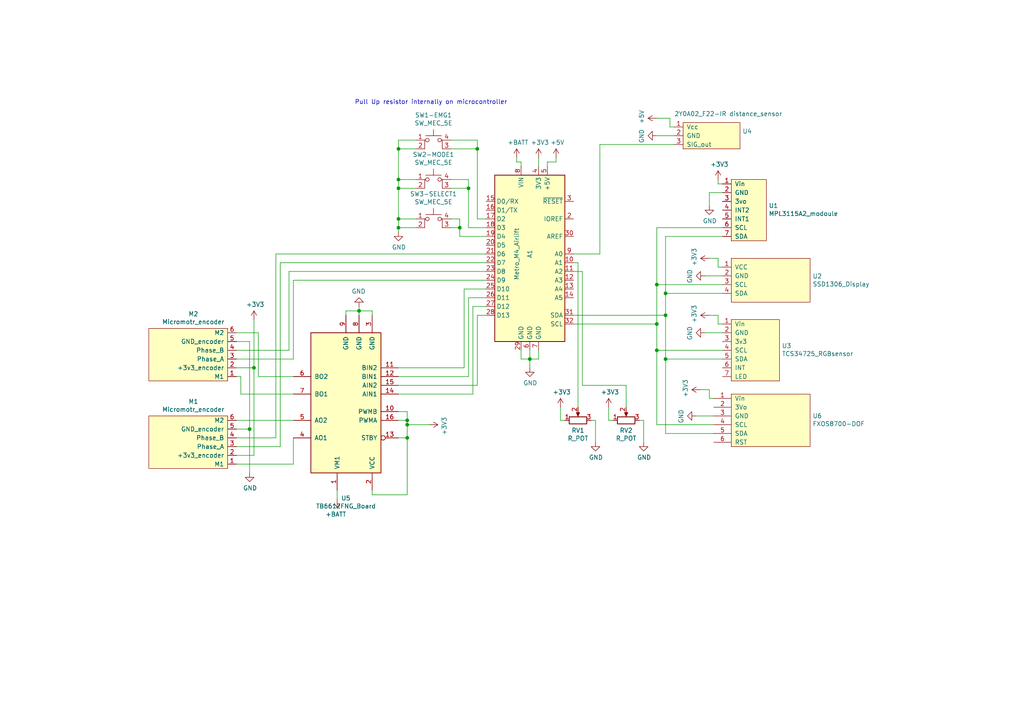
<source format=kicad_sch>
(kicad_sch (version 20211123) (generator eeschema)
  (paper "A4")
  (lib_symbols
    (symbol "Current-board-rescue:+3.3V-power" (power) (pin_names (offset 0))
      (property "Value" "+3.3V-power" (at 0 3.556 0))
      (symbol "+3.3V-power_0_1"
        (polyline (pts (xy -0.762 1.27) (xy 0 2.54)))
        (polyline (pts (xy 0 0) (xy 0 2.54)))
        (polyline (pts (xy 0 2.54) (xy 0.762 1.27)))
      )
      (symbol "+3.3V-power_1_1"
        (pin power_in line (at 0 0 90) (length 0) hide (name "+3V3") (number "1"))
      )
    )
    (symbol "Current-board-rescue:2Y0A02_F22-Sensor_Pressure2" (pin_names (offset 1.016))
      (property "Reference" "U" (at 10.16 -7.62 0))
      (property "Value" "2Y0A02_F22-Sensor_Pressure2" (at 8.89 -2.54 0))
      (symbol "2Y0A02_F22-Sensor_Pressure2_0_1"
        (rectangle (start 0 -3.81) (end 16.51 -11.43) (fill (type background)))
      )
      (symbol "2Y0A02_F22-Sensor_Pressure2_1_1"
        (pin bidirectional line (at -2.54 -5.08 0) (length 2.54) (name "Vcc") (number "1"))
        (pin bidirectional line (at -2.54 -7.62 0) (length 2.54) (name "GND") (number "2"))
        (pin bidirectional line (at -2.54 -10.16 0) (length 2.54) (name "SIG_out") (number "3"))
      )
    )
    (symbol "Current-board-rescue:FXOS8700-DOF-Custom_for_mech1" (pin_names (offset 1.016))
      (property "Reference" "U" (at 10.16 -11.43 0))
      (property "Value" "FXOS8700-DOF-Custom_for_mech1" (at 13.97 -6.35 0))
      (symbol "FXOS8700-DOF-Custom_for_mech1_0_1"
        (rectangle (start 0 -2.54) (end 22.86 -17.78) (fill (type background)))
      )
      (symbol "FXOS8700-DOF-Custom_for_mech1_1_1"
        (pin power_in line (at -5.08 -3.81 0) (length 5.08) (name "Vin") (number "1"))
        (pin power_in line (at -5.08 -6.35 0) (length 5.08) (name "3Vo") (number "2"))
        (pin power_in line (at -5.08 -8.89 0) (length 5.08) (name "GND") (number "3"))
        (pin power_in line (at -5.08 -11.43 0) (length 5.08) (name "SCL") (number "4"))
        (pin power_in line (at -5.08 -13.97 0) (length 5.08) (name "SDA") (number "5"))
        (pin power_in line (at -5.08 -16.51 0) (length 5.08) (name "RST") (number "6"))
      )
    )
    (symbol "Current-board-rescue:MPL3115A2_modoule-Sensor_Pressure2" (pin_names (offset 1.016))
      (property "Reference" "U" (at 2.54 7.62 0))
      (property "Value" "MPL3115A2_modoule-Sensor_Pressure2" (at 3.81 5.08 0))
      (symbol "MPL3115A2_modoule-Sensor_Pressure2_0_1"
        (rectangle (start -1.27 3.81) (end 8.89 -13.97) (fill (type background)))
      )
      (symbol "MPL3115A2_modoule-Sensor_Pressure2_1_1"
        (pin bidirectional line (at -3.81 2.54 0) (length 2.54) (name "Vin") (number "1"))
        (pin bidirectional line (at -3.81 0 0) (length 2.54) (name "GND") (number "2"))
        (pin bidirectional line (at -3.81 -2.54 0) (length 2.54) (name "3vo") (number "3"))
        (pin bidirectional line (at -3.81 -5.08 0) (length 2.54) (name "INT2") (number "4"))
        (pin bidirectional line (at -3.81 -7.62 0) (length 2.54) (name "INT1") (number "5"))
        (pin bidirectional line (at -3.81 -10.16 0) (length 2.54) (name "SCL") (number "6"))
        (pin bidirectional line (at -3.81 -12.7 0) (length 2.54) (name "SDA") (number "7"))
      )
    )
    (symbol "Current-board-rescue:Metro_M4_Airlift-MCU_Module2"
      (property "Reference" "A" (at -10.16 23.495 0))
      (property "Value" "Metro_M4_Airlift-MCU_Module2" (at 5.08 -26.67 0))
      (symbol "Metro_M4_Airlift-MCU_Module2_0_1"
        (rectangle (start -10.16 22.86) (end 10.16 -25.4) (stroke (width 0.254)) (fill (type background)))
      )
      (symbol "Metro_M4_Airlift-MCU_Module2_1_1"
        (pin no_connect line (at -10.16 -20.32 0) (length 2.54) hide (name "NC") (number "1"))
        (pin bidirectional line (at 12.7 -2.54 180) (length 2.54) (name "A1") (number "10"))
        (pin bidirectional line (at 12.7 -5.08 180) (length 2.54) (name "A2") (number "11"))
        (pin bidirectional line (at 12.7 -7.62 180) (length 2.54) (name "A3") (number "12"))
        (pin bidirectional line (at 12.7 -10.16 180) (length 2.54) (name "A4") (number "13"))
        (pin bidirectional line (at 12.7 -12.7 180) (length 2.54) (name "A5") (number "14"))
        (pin bidirectional line (at -12.7 15.24 0) (length 2.54) (name "D0/RX") (number "15"))
        (pin bidirectional line (at -12.7 12.7 0) (length 2.54) (name "D1/TX") (number "16"))
        (pin bidirectional line (at -12.7 10.16 0) (length 2.54) (name "D2") (number "17"))
        (pin bidirectional line (at -12.7 7.62 0) (length 2.54) (name "D3") (number "18"))
        (pin bidirectional line (at -12.7 5.08 0) (length 2.54) (name "D4") (number "19"))
        (pin output line (at 12.7 10.16 180) (length 2.54) (name "IOREF") (number "2"))
        (pin bidirectional line (at -12.7 2.54 0) (length 2.54) (name "D5") (number "20"))
        (pin bidirectional line (at -12.7 0 0) (length 2.54) (name "D6") (number "21"))
        (pin bidirectional line (at -12.7 -2.54 0) (length 2.54) (name "D7") (number "22"))
        (pin bidirectional line (at -12.7 -5.08 0) (length 2.54) (name "D8") (number "23"))
        (pin bidirectional line (at -12.7 -7.62 0) (length 2.54) (name "D9") (number "24"))
        (pin bidirectional line (at -12.7 -10.16 0) (length 2.54) (name "D10") (number "25"))
        (pin bidirectional line (at -12.7 -12.7 0) (length 2.54) (name "D11") (number "26"))
        (pin bidirectional line (at -12.7 -15.24 0) (length 2.54) (name "D12") (number "27"))
        (pin bidirectional line (at -12.7 -17.78 0) (length 2.54) (name "D13") (number "28"))
        (pin power_in line (at -2.54 -27.94 90) (length 2.54) (name "GND") (number "29"))
        (pin input line (at 12.7 15.24 180) (length 2.54) (name "~{RESET}") (number "3"))
        (pin input line (at 12.7 5.08 180) (length 2.54) (name "AREF") (number "30"))
        (pin bidirectional line (at 12.7 -17.78 180) (length 2.54) (name "SDA") (number "31"))
        (pin bidirectional line (at 12.7 -20.32 180) (length 2.54) (name "SCL") (number "32"))
        (pin power_out line (at 2.54 25.4 270) (length 2.54) (name "3V3") (number "4"))
        (pin power_out line (at 5.08 25.4 270) (length 2.54) (name "+5V") (number "5"))
        (pin power_in line (at 0 -27.94 90) (length 2.54) (name "GND") (number "6"))
        (pin power_in line (at 2.54 -27.94 90) (length 2.54) (name "GND") (number "7"))
        (pin power_in line (at -2.54 25.4 270) (length 2.54) (name "VIN") (number "8"))
        (pin bidirectional line (at 12.7 0 180) (length 2.54) (name "A0") (number "9"))
      )
    )
    (symbol "Current-board-rescue:Micromotr_encoder-Custom_for_mech1" (pin_names (offset 1.016))
      (property "Reference" "M" (at 27.94 -11.43 0))
      (property "Value" "Micromotr_encoder-Custom_for_mech1" (at 21.59 -2.54 0))
      (symbol "Micromotr_encoder-Custom_for_mech1_0_1"
        (rectangle (start 11.43 -3.81) (end 34.29 -19.05) (fill (type background)))
      )
      (symbol "Micromotr_encoder-Custom_for_mech1_1_1"
        (pin input line (at 8.89 -5.08 0) (length 2.54) (name "M1") (number "1"))
        (pin input line (at 8.89 -7.62 0) (length 2.54) (name "+3v3_encoder") (number "2"))
        (pin input line (at 8.89 -10.16 0) (length 2.54) (name "Phase_A") (number "3"))
        (pin input line (at 8.89 -12.7 0) (length 2.54) (name "Phase_B") (number "4"))
        (pin input line (at 8.89 -15.24 0) (length 2.54) (name "GND_encoder") (number "5"))
        (pin input line (at 8.89 -17.78 0) (length 2.54) (name "M2") (number "6"))
      )
    )
    (symbol "Current-board-rescue:R_POT-Device" (pin_names (offset 1.016) hide)
      (property "Reference" "RV" (at -4.445 0 90))
      (property "Value" "R_POT-Device" (at -2.54 0 90))
      (symbol "R_POT-Device_0_1"
        (polyline (pts (xy 2.54 0) (xy 1.524 0)))
        (polyline (pts (xy 1.143 0) (xy 2.286 0.508) (xy 2.286 -0.508) (xy 1.143 0)) (fill (type outline)))
        (rectangle (start 1.016 2.54) (end -1.016 -2.54) (stroke (width 0.254)))
      )
      (symbol "R_POT-Device_1_1"
        (pin passive line (at 0 3.81 270) (length 1.27) (name "1") (number "1"))
        (pin passive line (at 3.81 0 180) (length 1.27) (name "2") (number "2"))
        (pin passive line (at 0 -3.81 90) (length 1.27) (name "3") (number "3"))
      )
    )
    (symbol "Current-board-rescue:SSD1306_Display-Sensor_Pressure2" (pin_names (offset 1.016))
      (property "Reference" "U" (at 12.7 -8.89 0))
      (property "Value" "SSD1306_Display-Sensor_Pressure2" (at 13.97 -6.35 0))
      (symbol "SSD1306_Display-Sensor_Pressure2_0_1"
        (rectangle (start 0 -2.54) (end 22.86 -15.24) (fill (type background)))
      )
      (symbol "SSD1306_Display-Sensor_Pressure2_1_1"
        (pin bidirectional line (at -2.54 -5.08 0) (length 2.54) (name "VCC") (number "1"))
        (pin bidirectional line (at -2.54 -7.62 0) (length 2.54) (name "GND") (number "2"))
        (pin bidirectional line (at -2.54 -10.16 0) (length 2.54) (name "SCL") (number "3"))
        (pin bidirectional line (at -2.54 -12.7 0) (length 2.54) (name "SDA") (number "4"))
      )
    )
    (symbol "Current-board-rescue:TB6612FNG_Board-Custom_for_mech1" (pin_names (offset 1.016))
      (property "Reference" "U" (at 11.43 17.78 0))
      (property "Value" "TB6612FNG_Board-Custom_for_mech1" (at 11.43 15.24 0))
      (symbol "TB6612FNG_Board-Custom_for_mech1_0_1"
        (rectangle (start -10.16 20.32) (end 10.16 -20.32) (stroke (width 0.254)) (fill (type background)))
      )
      (symbol "TB6612FNG_Board-Custom_for_mech1_1_1"
        (pin power_in line (at 2.54 25.4 270) (length 5.08) (name "VM1") (number "1"))
        (pin input line (at -15.24 2.54 0) (length 5.08) (name "PWMB") (number "10"))
        (pin input line (at -15.24 -10.16 0) (length 5.08) (name "BIN2") (number "11"))
        (pin input line (at -15.24 -7.62 0) (length 5.08) (name "BIN1") (number "12"))
        (pin passive line (at 15.24 -2.54 180) (length 5.08) hide (name "BO1") (number "12"))
        (pin input inverted (at -15.24 10.16 0) (length 5.08) (name "STBY") (number "13"))
        (pin input line (at -15.24 -2.54 0) (length 5.08) (name "AIN1") (number "14"))
        (pin input line (at -15.24 -5.08 0) (length 5.08) (name "AIN2") (number "15"))
        (pin input line (at -15.24 5.08 0) (length 5.08) (name "PWMA") (number "16"))
        (pin passive line (at 15.24 10.16 180) (length 5.08) hide (name "AO1") (number "2"))
        (pin power_in line (at -7.62 25.4 270) (length 5.08) (name "VCC") (number "2"))
        (pin power_in line (at -7.62 -25.4 90) (length 5.08) (name "GND") (number "3"))
        (pin output line (at 15.24 10.16 180) (length 5.08) (name "AO1") (number "4"))
        (pin output line (at 15.24 5.08 180) (length 5.08) (name "AO2") (number "5"))
        (pin passive line (at 15.24 5.08 180) (length 5.08) hide (name "AO2") (number "6"))
        (pin output line (at 15.24 -7.62 180) (length 5.08) (name "BO2") (number "6"))
        (pin output line (at 15.24 -2.54 180) (length 5.08) (name "BO1") (number "7"))
        (pin passive line (at 15.24 -7.62 180) (length 5.08) hide (name "BO2") (number "8"))
        (pin power_in line (at -3.81 -25.4 90) (length 5.08) (name "GND") (number "8"))
        (pin power_in line (at 0 -25.4 90) (length 5.08) (name "GND") (number "9"))
      )
    )
    (symbol "Current-board-rescue:TCS34725_RGBsensor-Sensor_Pressure2" (pin_names (offset 1.016))
      (property "Reference" "U" (at 7.62 -11.43 0))
      (property "Value" "TCS34725_RGBsensor-Sensor_Pressure2" (at 16.51 -12.7 90))
      (symbol "TCS34725_RGBsensor-Sensor_Pressure2_0_1"
        (rectangle (start 0 -3.81) (end 13.97 -21.59) (fill (type background)))
      )
      (symbol "TCS34725_RGBsensor-Sensor_Pressure2_1_1"
        (pin bidirectional line (at -2.54 -5.08 0) (length 2.54) (name "Vin") (number "1"))
        (pin bidirectional line (at -2.54 -7.62 0) (length 2.54) (name "GND") (number "2"))
        (pin bidirectional line (at -2.54 -10.16 0) (length 2.54) (name "3v3") (number "3"))
        (pin bidirectional line (at -2.54 -12.7 0) (length 2.54) (name "SCL") (number "4"))
        (pin bidirectional line (at -2.54 -15.24 0) (length 2.54) (name "SDA") (number "5"))
        (pin bidirectional line (at -2.54 -17.78 0) (length 2.54) (name "INT") (number "6"))
        (pin bidirectional line (at -2.54 -20.32 0) (length 2.54) (name "LED") (number "7"))
      )
    )
    (symbol "Switch:SW_MEC_5E" (pin_names (offset 1.016) hide)
      (property "Reference" "SW" (at 0.635 5.715 0))
      (property "Value" "SW_MEC_5E" (at 0 -3.175 0))
      (symbol "SW_MEC_5E_0_1"
        (circle (center -1.778 2.54) (radius 0.508))
        (polyline (pts (xy -2.286 3.81) (xy 2.286 3.81)))
        (polyline (pts (xy 0 3.81) (xy 0 5.588)))
        (polyline (pts (xy -2.54 0) (xy -2.54 2.54) (xy -2.286 2.54)))
        (polyline (pts (xy 2.54 0) (xy 2.54 2.54) (xy 2.286 2.54)))
        (circle (center 1.778 2.54) (radius 0.508))
        (pin passive line (at -5.08 2.54 0) (length 2.54) (name "1") (number "1"))
        (pin passive line (at -5.08 0 0) (length 2.54) (name "2") (number "2"))
        (pin passive line (at 5.08 0 180) (length 2.54) (name "K") (number "3"))
        (pin passive line (at 5.08 2.54 180) (length 2.54) (name "A") (number "4"))
      )
    )
    (symbol "power:+5V" (power) (pin_names (offset 0))
      (property "Value" "+5V" (at 0 3.556 0))
      (symbol "+5V_0_1"
        (polyline (pts (xy -0.762 1.27) (xy 0 2.54)))
        (polyline (pts (xy 0 0) (xy 0 2.54)))
        (polyline (pts (xy 0 2.54) (xy 0.762 1.27)))
      )
      (symbol "+5V_1_1"
        (pin power_in line (at 0 0 90) (length 0) hide (name "+5V") (number "1"))
      )
    )
    (symbol "power:+BATT" (power) (pin_names (offset 0))
      (property "Value" "+BATT" (at 0 3.556 0))
      (symbol "+BATT_0_1"
        (polyline (pts (xy -0.762 1.27) (xy 0 2.54)))
        (polyline (pts (xy 0 0) (xy 0 2.54)))
        (polyline (pts (xy 0 2.54) (xy 0.762 1.27)))
      )
      (symbol "+BATT_1_1"
        (pin power_in line (at 0 0 90) (length 0) hide (name "+BATT") (number "1"))
      )
    )
    (symbol "power:GND" (power) (pin_names (offset 0))
      (property "Value" "GND" (at 0 -3.81 0))
      (symbol "GND_0_1"
        (polyline (pts (xy 0 0) (xy 0 -1.27) (xy 1.27 -1.27) (xy 0 -2.54) (xy -1.27 -1.27) (xy 0 -1.27)))
      )
      (symbol "GND_1_1"
        (pin power_in line (at 0 0 270) (length 0) hide (name "GND") (number "1"))
      )
    )
  )
  (junction (at 133.35 66.04))
  (junction (at 72.39 124.46))
  (junction (at 135.89 54.61))
  (junction (at 190.5 82.55))
  (junction (at 115.57 66.04))
  (junction (at 193.04 104.14))
  (junction (at 118.11 123.19))
  (junction (at 153.67 104.14))
  (junction (at 190.5 101.6))
  (junction (at 115.57 52.07))
  (junction (at 118.11 121.92))
  (junction (at 193.04 85.09))
  (junction (at 193.04 91.44))
  (junction (at 190.5 93.98))
  (junction (at 138.43 43.18))
  (junction (at 104.14 90.17))
  (junction (at 118.11 127))
  (junction (at 73.66 106.68))
  (junction (at 115.57 54.61))
  (junction (at 115.57 63.5))
  (junction (at 115.57 43.18))
  (wire (pts (xy 193.04 125.73) (xy 193.04 104.14)))
  (wire (pts (xy 201.93 120.65) (xy 207.01 120.65)))
  (wire (pts (xy 208.28 77.47) (xy 209.55 77.47)))
  (wire (pts (xy 115.57 127) (xy 118.11 127)))
  (wire (pts (xy 193.04 68.58) (xy 193.04 85.09)))
  (wire (pts (xy 208.28 91.44) (xy 208.28 93.98)))
  (wire (pts (xy 73.66 92.71) (xy 73.66 106.68)))
  (wire (pts (xy 104.14 91.44) (xy 104.14 90.17)))
  (wire (pts (xy 203.2 113.03) (xy 205.74 113.03)))
  (wire (pts (xy 153.67 101.6) (xy 153.67 104.14)))
  (wire (pts (xy 68.58 104.14) (xy 85.09 104.14)))
  (wire (pts (xy 115.57 63.5) (xy 115.57 66.04)))
  (wire (pts (xy 118.11 123.19) (xy 124.46 123.19)))
  (wire (pts (xy 81.28 76.2) (xy 140.97 76.2)))
  (wire (pts (xy 137.16 114.3) (xy 137.16 88.9)))
  (wire (pts (xy 115.57 66.04) (xy 115.57 67.31)))
  (wire (pts (xy 120.65 66.04) (xy 115.57 66.04)))
  (wire (pts (xy 173.99 41.91) (xy 173.99 73.66)))
  (wire (pts (xy 74.93 109.22) (xy 74.93 96.52)))
  (wire (pts (xy 209.55 101.6) (xy 190.5 101.6)))
  (wire (pts (xy 135.89 54.61) (xy 130.81 54.61)))
  (wire (pts (xy 100.33 90.17) (xy 104.14 90.17)))
  (wire (pts (xy 118.11 121.92) (xy 118.11 123.19)))
  (wire (pts (xy 209.55 66.04) (xy 190.5 66.04)))
  (wire (pts (xy 208.28 74.93) (xy 208.28 77.47)))
  (wire (pts (xy 205.74 55.88) (xy 209.55 55.88)))
  (wire (pts (xy 190.5 66.04) (xy 190.5 82.55)))
  (wire (pts (xy 120.65 40.64) (xy 115.57 40.64)))
  (wire (pts (xy 107.95 90.17) (xy 104.14 90.17)))
  (wire (pts (xy 205.74 115.57) (xy 207.01 115.57)))
  (wire (pts (xy 166.37 93.98) (xy 190.5 93.98)))
  (wire (pts (xy 151.13 104.14) (xy 153.67 104.14)))
  (wire (pts (xy 133.35 63.5) (xy 130.81 63.5)))
  (wire (pts (xy 158.75 48.26) (xy 158.75 46.99)))
  (wire (pts (xy 68.58 127) (xy 80.01 127)))
  (wire (pts (xy 209.55 85.09) (xy 193.04 85.09)))
  (wire (pts (xy 120.65 52.07) (xy 115.57 52.07)))
  (wire (pts (xy 115.57 52.07) (xy 115.57 54.61)))
  (wire (pts (xy 158.75 46.99) (xy 161.29 46.99)))
  (wire (pts (xy 107.95 142.24) (xy 107.95 143.51)))
  (wire (pts (xy 209.55 104.14) (xy 193.04 104.14)))
  (wire (pts (xy 73.66 106.68) (xy 68.58 106.68)))
  (wire (pts (xy 104.14 90.17) (xy 104.14 88.9)))
  (wire (pts (xy 177.8 121.92) (xy 176.53 121.92)))
  (wire (pts (xy 118.11 121.92) (xy 118.11 119.38)))
  (wire (pts (xy 205.74 55.88) (xy 205.74 59.69)))
  (wire (pts (xy 85.09 81.28) (xy 85.09 104.14)))
  (wire (pts (xy 69.85 114.3) (xy 69.85 109.22)))
  (wire (pts (xy 172.72 121.92) (xy 171.45 121.92)))
  (wire (pts (xy 186.69 121.92) (xy 186.69 128.27)))
  (wire (pts (xy 72.39 137.16) (xy 72.39 124.46)))
  (wire (pts (xy 68.58 101.6) (xy 83.82 101.6)))
  (wire (pts (xy 120.65 54.61) (xy 115.57 54.61)))
  (wire (pts (xy 156.21 104.14) (xy 156.21 101.6)))
  (wire (pts (xy 138.43 63.5) (xy 138.43 43.18)))
  (wire (pts (xy 151.13 46.99) (xy 149.86 46.99)))
  (wire (pts (xy 81.28 129.54) (xy 68.58 129.54)))
  (wire (pts (xy 73.66 106.68) (xy 73.66 132.08)))
  (wire (pts (xy 137.16 88.9) (xy 140.97 88.9)))
  (wire (pts (xy 80.01 127) (xy 80.01 73.66)))
  (wire (pts (xy 194.31 34.29) (xy 194.31 36.83)))
  (wire (pts (xy 73.66 132.08) (xy 68.58 132.08)))
  (wire (pts (xy 83.82 101.6) (xy 83.82 78.74)))
  (wire (pts (xy 138.43 43.18) (xy 138.43 40.64)))
  (wire (pts (xy 115.57 109.22) (xy 135.89 109.22)))
  (wire (pts (xy 133.35 66.04) (xy 130.81 66.04)))
  (wire (pts (xy 167.64 76.2) (xy 166.37 76.2)))
  (wire (pts (xy 138.43 91.44) (xy 140.97 91.44)))
  (wire (pts (xy 153.67 104.14) (xy 156.21 104.14)))
  (wire (pts (xy 209.55 82.55) (xy 190.5 82.55)))
  (wire (pts (xy 85.09 134.62) (xy 68.58 134.62)))
  (wire (pts (xy 72.39 99.06) (xy 68.58 99.06)))
  (wire (pts (xy 194.31 34.29) (xy 190.5 34.29)))
  (wire (pts (xy 193.04 104.14) (xy 193.04 91.44)))
  (wire (pts (xy 205.74 113.03) (xy 205.74 115.57)))
  (wire (pts (xy 162.56 118.11) (xy 162.56 121.92)))
  (wire (pts (xy 140.97 63.5) (xy 138.43 63.5)))
  (wire (pts (xy 172.72 121.92) (xy 172.72 128.27)))
  (wire (pts (xy 135.89 66.04) (xy 135.89 54.61)))
  (wire (pts (xy 85.09 114.3) (xy 69.85 114.3)))
  (wire (pts (xy 207.01 123.19) (xy 190.5 123.19)))
  (wire (pts (xy 204.47 96.52) (xy 209.55 96.52)))
  (wire (pts (xy 207.01 125.73) (xy 193.04 125.73)))
  (wire (pts (xy 133.35 66.04) (xy 133.35 63.5)))
  (wire (pts (xy 81.28 76.2) (xy 81.28 129.54)))
  (wire (pts (xy 181.61 118.11) (xy 181.61 111.76)))
  (wire (pts (xy 161.29 46.99) (xy 161.29 45.72)))
  (wire (pts (xy 190.5 101.6) (xy 190.5 93.98)))
  (wire (pts (xy 140.97 66.04) (xy 135.89 66.04)))
  (wire (pts (xy 209.55 68.58) (xy 193.04 68.58)))
  (wire (pts (xy 107.95 91.44) (xy 107.95 90.17)))
  (wire (pts (xy 140.97 68.58) (xy 133.35 68.58)))
  (wire (pts (xy 135.89 86.36) (xy 140.97 86.36)))
  (wire (pts (xy 195.58 41.91) (xy 173.99 41.91)))
  (wire (pts (xy 194.31 36.83) (xy 195.58 36.83)))
  (wire (pts (xy 181.61 111.76) (xy 168.91 111.76)))
  (wire (pts (xy 134.62 106.68) (xy 134.62 83.82)))
  (wire (pts (xy 190.5 39.37) (xy 195.58 39.37)))
  (wire (pts (xy 133.35 68.58) (xy 133.35 66.04)))
  (wire (pts (xy 72.39 124.46) (xy 68.58 124.46)))
  (wire (pts (xy 166.37 91.44) (xy 193.04 91.44)))
  (wire (pts (xy 100.33 91.44) (xy 100.33 90.17)))
  (wire (pts (xy 173.99 73.66) (xy 166.37 73.66)))
  (wire (pts (xy 209.55 53.34) (xy 208.28 53.34)))
  (wire (pts (xy 115.57 111.76) (xy 138.43 111.76)))
  (wire (pts (xy 115.57 40.64) (xy 115.57 43.18)))
  (wire (pts (xy 120.65 63.5) (xy 115.57 63.5)))
  (wire (pts (xy 151.13 101.6) (xy 151.13 104.14)))
  (wire (pts (xy 149.86 46.99) (xy 149.86 45.72)))
  (wire (pts (xy 168.91 111.76) (xy 168.91 78.74)))
  (wire (pts (xy 138.43 40.64) (xy 130.81 40.64)))
  (wire (pts (xy 138.43 111.76) (xy 138.43 91.44)))
  (wire (pts (xy 69.85 109.22) (xy 68.58 109.22)))
  (wire (pts (xy 80.01 73.66) (xy 140.97 73.66)))
  (wire (pts (xy 115.57 114.3) (xy 137.16 114.3)))
  (wire (pts (xy 72.39 124.46) (xy 72.39 99.06)))
  (wire (pts (xy 168.91 78.74) (xy 166.37 78.74)))
  (wire (pts (xy 193.04 85.09) (xy 193.04 91.44)))
  (wire (pts (xy 190.5 82.55) (xy 190.5 93.98)))
  (wire (pts (xy 120.65 43.18) (xy 115.57 43.18)))
  (wire (pts (xy 115.57 54.61) (xy 115.57 63.5)))
  (wire (pts (xy 186.69 121.92) (xy 185.42 121.92)))
  (wire (pts (xy 135.89 54.61) (xy 135.89 52.07)))
  (wire (pts (xy 208.28 53.34) (xy 208.28 52.07)))
  (wire (pts (xy 204.47 80.01) (xy 209.55 80.01)))
  (wire (pts (xy 74.93 96.52) (xy 68.58 96.52)))
  (wire (pts (xy 118.11 119.38) (xy 115.57 119.38)))
  (wire (pts (xy 135.89 109.22) (xy 135.89 86.36)))
  (wire (pts (xy 156.21 48.26) (xy 156.21 45.72)))
  (wire (pts (xy 83.82 78.74) (xy 140.97 78.74)))
  (wire (pts (xy 85.09 121.92) (xy 68.58 121.92)))
  (wire (pts (xy 205.74 91.44) (xy 208.28 91.44)))
  (wire (pts (xy 153.67 106.68) (xy 153.67 104.14)))
  (wire (pts (xy 208.28 93.98) (xy 209.55 93.98)))
  (wire (pts (xy 151.13 48.26) (xy 151.13 46.99)))
  (wire (pts (xy 205.74 74.93) (xy 208.28 74.93)))
  (wire (pts (xy 115.57 106.68) (xy 134.62 106.68)))
  (wire (pts (xy 134.62 83.82) (xy 140.97 83.82)))
  (wire (pts (xy 85.09 127) (xy 85.09 134.62)))
  (wire (pts (xy 167.64 118.11) (xy 167.64 76.2)))
  (wire (pts (xy 138.43 43.18) (xy 130.81 43.18)))
  (wire (pts (xy 107.95 143.51) (xy 118.11 143.51)))
  (wire (pts (xy 118.11 123.19) (xy 118.11 127)))
  (wire (pts (xy 85.09 81.28) (xy 140.97 81.28)))
  (wire (pts (xy 176.53 118.11) (xy 176.53 121.92)))
  (wire (pts (xy 115.57 121.92) (xy 118.11 121.92)))
  (wire (pts (xy 163.83 121.92) (xy 162.56 121.92)))
  (wire (pts (xy 135.89 52.07) (xy 130.81 52.07)))
  (wire (pts (xy 118.11 127) (xy 118.11 143.51)))
  (wire (pts (xy 97.79 144.78) (xy 97.79 142.24)))
  (wire (pts (xy 190.5 123.19) (xy 190.5 101.6)))
  (wire (pts (xy 115.57 43.18) (xy 115.57 52.07)))
  (wire (pts (xy 85.09 109.22) (xy 74.93 109.22)))
  (text "Pull Up resistor internally on microcontroller" (at 102.87 30.48 0) (effects (font (size 1.27 1.27)) (justify left bottom)))
  (symbol (lib_id "Current-board-rescue:Metro_M4_Airlift-MCU_Module2") (at 153.67 73.66 0) (unit 1)
    (property "Reference" "A1" (at 153.67 73.66 90))
    (property "Value" "Metro_M4_Airlift" (at 149.86 73.66 90))
    (property "Footprint" "Module:Arduino_UNO_R3" (effects hide))
    (property "Datasheet" "https://www.arduino.cc/en/Main/arduinoBoardUno" (effects hide))
  )
  (symbol (lib_id "power:GND") (at 153.67 106.68 0) (unit 1)
    (property "Reference" "#PWR0101" (effects hide))
    (property "Value" "GND" (at 153.797 111.0742 0))
  )
  (symbol (lib_id "Current-board-rescue:+3.3V-power") (at 156.21 45.72 0) (unit 1)
    (property "Reference" "#PWR0102" (effects hide))
    (property "Value" "+3.3V" (at 156.591 41.3258 0))
  )
  (symbol (lib_id "power:GND") (at 115.57 67.31 0) (unit 1)
    (property "Reference" "#PWR0103" (effects hide))
    (property "Value" "GND" (at 115.697 71.7042 0))
  )
  (symbol (lib_id "Current-board-rescue:MPL3115A2_modoule-Sensor_Pressure2") (at 213.36 55.88 0) (unit 1)
    (property "Reference" "U1" (at 222.9612 59.6646 0) (effects (justify left)))
    (property "Value" "MPL3115A2_modoule" (at 222.9612 61.976 0) (effects (justify left)))
    (property "Footprint" "Connector_PinHeader_2.54mm:PinHeader_1x07_P2.54mm_Vertical" (effects hide))
  )
  (symbol (lib_id "Current-board-rescue:+3.3V-power") (at 208.28 52.07 0) (unit 1)
    (property "Reference" "#PWR0104" (effects hide))
    (property "Value" "+3.3V" (at 208.661 47.6758 0))
  )
  (symbol (lib_id "power:GND") (at 205.74 59.69 0) (unit 1)
    (property "Reference" "#PWR0105" (effects hide))
    (property "Value" "GND" (at 205.867 64.0842 0))
  )
  (symbol (lib_id "Current-board-rescue:SSD1306_Display-Sensor_Pressure2") (at 212.09 72.39 0) (unit 1)
    (property "Reference" "U2" (at 235.6612 80.1116 0) (effects (justify left)))
    (property "Value" "SSD1306_Display" (at 235.6612 82.423 0) (effects (justify left)))
    (property "Footprint" "Connector_PinHeader_2.54mm:PinHeader_1x04_P2.54mm_Vertical" (effects hide))
  )
  (symbol (lib_id "Current-board-rescue:+3.3V-power") (at 205.74 74.93 90) (unit 1)
    (property "Reference" "#PWR0106" (effects hide))
    (property "Value" "+3.3V" (at 201.3458 74.549 0))
  )
  (symbol (lib_id "power:GND") (at 204.47 80.01 270) (unit 1)
    (property "Reference" "#PWR0107" (effects hide))
    (property "Value" "GND" (at 200.0758 80.137 0))
  )
  (symbol (lib_id "Current-board-rescue:TCS34725_RGBsensor-Sensor_Pressure2") (at 212.09 88.9 0) (unit 1)
    (property "Reference" "U3" (at 226.7712 100.3046 0) (effects (justify left)))
    (property "Value" "TCS34725_RGBsensor" (at 226.7712 102.616 0) (effects (justify left)))
    (property "Footprint" "Connector_PinHeader_2.54mm:PinHeader_1x07_P2.54mm_Vertical" (effects hide))
  )
  (symbol (lib_id "Current-board-rescue:+3.3V-power") (at 205.74 91.44 90) (unit 1)
    (property "Reference" "#PWR0108" (effects hide))
    (property "Value" "+3.3V" (at 201.3458 91.059 0))
  )
  (symbol (lib_id "power:GND") (at 204.47 96.52 270) (unit 1)
    (property "Reference" "#PWR0109" (effects hide))
    (property "Value" "GND" (at 200.0758 96.647 0))
  )
  (symbol (lib_id "Current-board-rescue:2Y0A02_F22-Sensor_Pressure2") (at 198.12 31.75 0) (unit 1)
    (property "Reference" "U4" (at 215.3412 38.0746 0) (effects (justify left)))
    (property "Value" "2Y0A02_F22-IR distance_sensor" (at 195.58 33.02 0) (effects (justify left)))
    (property "Footprint" "Connector_PinHeader_2.54mm:PinHeader_1x03_P2.54mm_Vertical" (effects hide))
  )
  (symbol (lib_id "power:GND") (at 190.5 39.37 270) (unit 1)
    (property "Reference" "#PWR0110" (effects hide))
    (property "Value" "GND" (at 186.1058 39.497 0))
  )
  (symbol (lib_id "power:+5V") (at 161.29 45.72 0) (unit 1)
    (property "Reference" "#PWR0111" (effects hide))
    (property "Value" "+5V" (at 161.671 41.3258 0))
  )
  (symbol (lib_id "power:+5V") (at 190.5 34.29 90) (unit 1)
    (property "Reference" "#PWR0112" (effects hide))
    (property "Value" "+5V" (at 186.1058 33.909 0))
  )
  (symbol (lib_id "power:+BATT") (at 149.86 45.72 0) (unit 1)
    (property "Reference" "#PWR0113" (effects hide))
    (property "Value" "+BATT" (at 150.241 41.3258 0))
  )
  (symbol (lib_id "Current-board-rescue:Micromotr_encoder-Custom_for_mech1") (at 77.47 114.3 180) (unit 1)
    (property "Reference" "M2" (at 56.0832 91.059 0))
    (property "Value" "Micromotr_encoder" (at 56.0832 93.3704 0))
    (property "Footprint" "Connector_PinHeader_2.54mm:PinHeader_1x06_P2.54mm_Vertical" (effects hide))
  )
  (symbol (lib_id "Current-board-rescue:Micromotr_encoder-Custom_for_mech1") (at 77.47 139.7 180) (unit 1)
    (property "Reference" "M1" (at 56.0832 116.459 0))
    (property "Value" "Micromotr_encoder" (at 56.0832 118.7704 0))
    (property "Footprint" "Connector_PinHeader_2.54mm:PinHeader_1x06_P2.54mm_Vertical" (effects hide))
  )
  (symbol (lib_id "power:GND") (at 72.39 137.16 0) (unit 1)
    (property "Reference" "#PWR0114" (effects hide))
    (property "Value" "GND" (at 72.517 141.5542 0))
  )
  (symbol (lib_id "Current-board-rescue:+3.3V-power") (at 73.66 92.71 0) (unit 1)
    (property "Reference" "#PWR0115" (effects hide))
    (property "Value" "+3.3V" (at 74.041 88.3158 0))
  )
  (symbol (lib_id "Current-board-rescue:+3.3V-power") (at 124.46 123.19 270) (unit 1)
    (property "Reference" "#PWR0116" (effects hide))
    (property "Value" "+3.3V" (at 128.8542 123.571 0))
  )
  (symbol (lib_id "power:GND") (at 104.14 88.9 180) (unit 1)
    (property "Reference" "#PWR0117" (effects hide))
    (property "Value" "GND" (at 104.013 84.5058 0))
  )
  (symbol (lib_id "power:+BATT") (at 97.79 144.78 180) (unit 1)
    (property "Reference" "#PWR0118" (effects hide))
    (property "Value" "+BATT" (at 97.409 149.1742 0))
  )
  (symbol (lib_id "Switch:SW_MEC_5E") (at 125.73 43.18 0) (unit 1)
    (property "Reference" "SW1-EMG1" (at 125.73 33.401 0))
    (property "Value" "SW_MEC_5E" (at 125.73 35.7124 0))
    (property "Footprint" "Button_Switch_THT:SW_PUSH-12mm" (effects hide))
    (property "Datasheet" "http://www.apem.com/int/index.php?controller=attachment&id_attachment=1371" (effects hide))
  )
  (symbol (lib_id "Switch:SW_MEC_5E") (at 125.73 54.61 0) (unit 1)
    (property "Reference" "SW2-MODE1" (at 125.73 44.831 0))
    (property "Value" "SW_MEC_5E" (at 125.73 47.1424 0))
    (property "Footprint" "Button_Switch_THT:SW_PUSH-12mm" (effects hide))
    (property "Datasheet" "http://www.apem.com/int/index.php?controller=attachment&id_attachment=1371" (effects hide))
  )
  (symbol (lib_id "Switch:SW_MEC_5E") (at 125.73 66.04 0) (unit 1)
    (property "Reference" "SW3-SELECT1" (at 125.73 56.261 0))
    (property "Value" "SW_MEC_5E" (at 125.73 58.5724 0))
    (property "Footprint" "Button_Switch_THT:SW_PUSH-12mm" (effects hide))
    (property "Datasheet" "http://www.apem.com/int/index.php?controller=attachment&id_attachment=1371" (effects hide))
  )
  (symbol (lib_id "Current-board-rescue:R_POT-Device") (at 167.64 121.92 90) (unit 1)
    (property "Reference" "RV1" (at 167.64 124.841 90))
    (property "Value" "R_POT" (at 167.64 127.1524 90))
    (property "Footprint" "Potentiometer_THT:Potentiometer_Bourns_3386F_Vertical" (effects hide))
  )
  (symbol (lib_id "Current-board-rescue:R_POT-Device") (at 181.61 121.92 90) (unit 1)
    (property "Reference" "RV2" (at 181.61 124.841 90))
    (property "Value" "R_POT" (at 181.61 127.1524 90))
    (property "Footprint" "Potentiometer_THT:Potentiometer_Bourns_3386F_Vertical" (effects hide))
  )
  (symbol (lib_id "power:GND") (at 172.72 128.27 0) (unit 1)
    (property "Reference" "#PWR0119" (effects hide))
    (property "Value" "GND" (at 172.847 132.6642 0))
  )
  (symbol (lib_id "power:GND") (at 186.69 128.27 0) (unit 1)
    (property "Reference" "#PWR0120" (effects hide))
    (property "Value" "GND" (at 186.817 132.6642 0))
  )
  (symbol (lib_id "Current-board-rescue:+3.3V-power") (at 162.56 118.11 0) (unit 1)
    (property "Reference" "#PWR0122" (effects hide))
    (property "Value" "+3.3V" (at 162.941 113.7158 0))
  )
  (symbol (lib_id "Current-board-rescue:+3.3V-power") (at 176.53 118.11 0) (unit 1)
    (property "Reference" "#PWR0121" (effects hide))
    (property "Value" "+3.3V" (at 176.911 113.7158 0))
  )
  (symbol (lib_id "Current-board-rescue:FXOS8700-DOF-Custom_for_mech1") (at 212.09 111.76 0) (unit 1)
    (property "Reference" "U6" (at 235.6612 120.6246 0) (effects (justify left)))
    (property "Value" "FXOS8700-DOF" (at 235.6612 122.936 0) (effects (justify left)))
    (property "Footprint" "Connector_PinHeader_2.54mm:PinHeader_1x06_P2.54mm_Vertical" (effects hide))
  )
  (symbol (lib_id "Current-board-rescue:+3.3V-power") (at 203.2 113.03 90) (unit 1)
    (property "Reference" "#PWR0123" (effects hide))
    (property "Value" "+3.3V" (at 198.8058 112.649 0))
  )
  (symbol (lib_id "power:GND") (at 201.93 120.65 270) (unit 1)
    (property "Reference" "#PWR0124" (effects hide))
    (property "Value" "GND" (at 197.5358 120.777 0))
  )
  (symbol (lib_id "Current-board-rescue:TB6612FNG_Board-Custom_for_mech1") (at 100.33 116.84 180) (unit 1)
    (property "Reference" "U5" (at 100.33 144.5006 0))
    (property "Value" "TB6612FNG_Board" (at 100.33 146.812 0))
    (property "Footprint" "Mech1_custom:SparkfunTB6612FNG" (effects hide))
    (property "Datasheet" "https://toshiba.semicon-storage.com/us/product/linear/motordriver/detail.TB6612FNG.html" (effects hide))
  )
)
</source>
